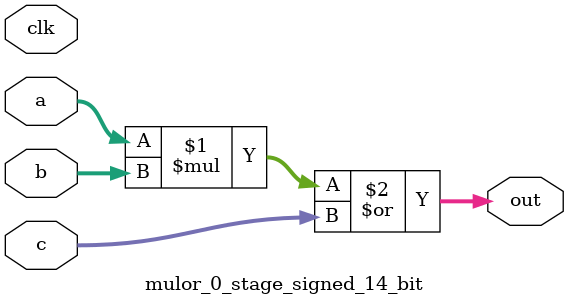
<source format=sv>
(* use_dsp = "yes" *) module mulor_0_stage_signed_14_bit(
	input signed [13:0] a,
	input signed [13:0] b,
	input signed [13:0] c,
	output [13:0] out,
	input clk);

	assign out = (a * b) | c;
endmodule

</source>
